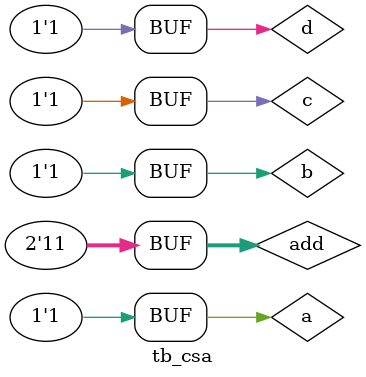
<source format=v>
`timescale 1ns / 1ps


module tb_csa;

	// Inputs
	reg a;
	reg b;
	reg c;
	reg d;
	reg [1:0] add;

	// Outputs
	wire [2:0] out;
	wire cout;

	// Instantiate the Unit Under Test (UUT)
	CSA_4bit uut (
		.a(a), 
		.b(b), 
		.c(c), 
		.d(d), 
		.add(add), 
		.out(out), 
		.cout(cout)
	);

	initial begin
		// Initialize Inputs
		a = 1;
		b = 1;
		c = 1;
		d = 1;
		add = 11;

		// Wait 100 ns for global reset to finish
		#100;
		// Add stimulus here

	end
      
endmodule


</source>
